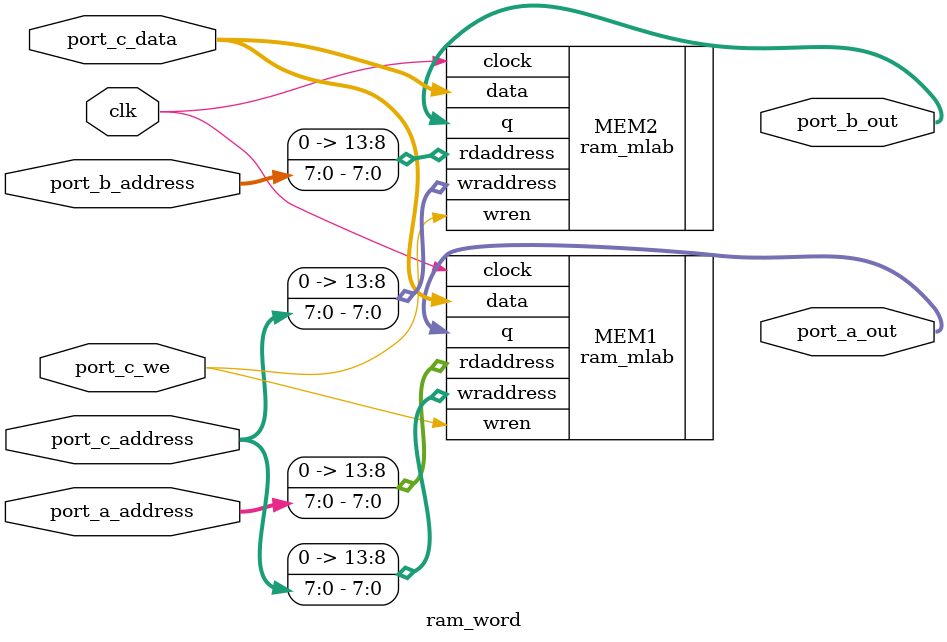
<source format=v>

module ram_word #(
    parameter WIDTH = 8,
    parameter AWIDTH = 8
) (
    clk,
    port_a_address,
    port_a_out,

    port_b_address,
    port_b_out,

    port_c_address,
    port_c_data,
    port_c_we
);

input clk;
input [AWIDTH-1:0] port_a_address;
output [WIDTH-1:0] port_a_out;

input [AWIDTH-1:0] port_b_address;
output [WIDTH-1:0] port_b_out;

input [AWIDTH-1:0] port_c_address;
input [WIDTH-1:0] port_c_data;
input port_c_we;

ram_mlab MEM1 (
	.clock(clk),
	.rdaddress({6'b00,port_a_address}),
	.wraddress({6'b00,port_c_address}),
	.data(port_c_data),
	.wren(port_c_we),
	.q(port_a_out)
);

ram_mlab MEM2 (
	.clock(clk),
	.rdaddress({6'b00,port_b_address}),
	.wraddress({6'b00,port_c_address}),
	.data(port_c_data),
	.wren(port_c_we),
	.q(port_b_out)
);

endmodule
</source>
